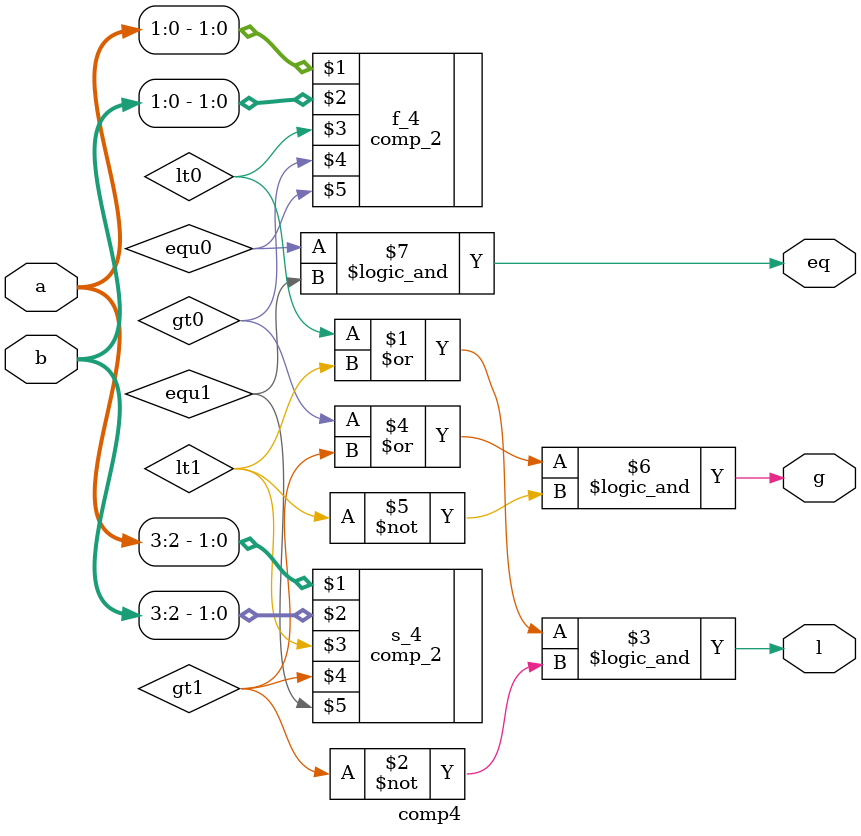
<source format=v>

module comp4(a,b,l,g,eq);
input [3:0] a;
input [3:0] b;
output l,g,eq;
comp_2 f_4(a[1:0], b[1:0],lt0,gt0, equ0);
comp_2 s_4(a[3:2], b[3:2],lt1,gt1, equ1);
assign l=(lt0 | lt1) && (~gt1);
assign g=(gt0 | gt1) && (~lt1);
assign eq=equ0 && equ1;
endmodule

</source>
